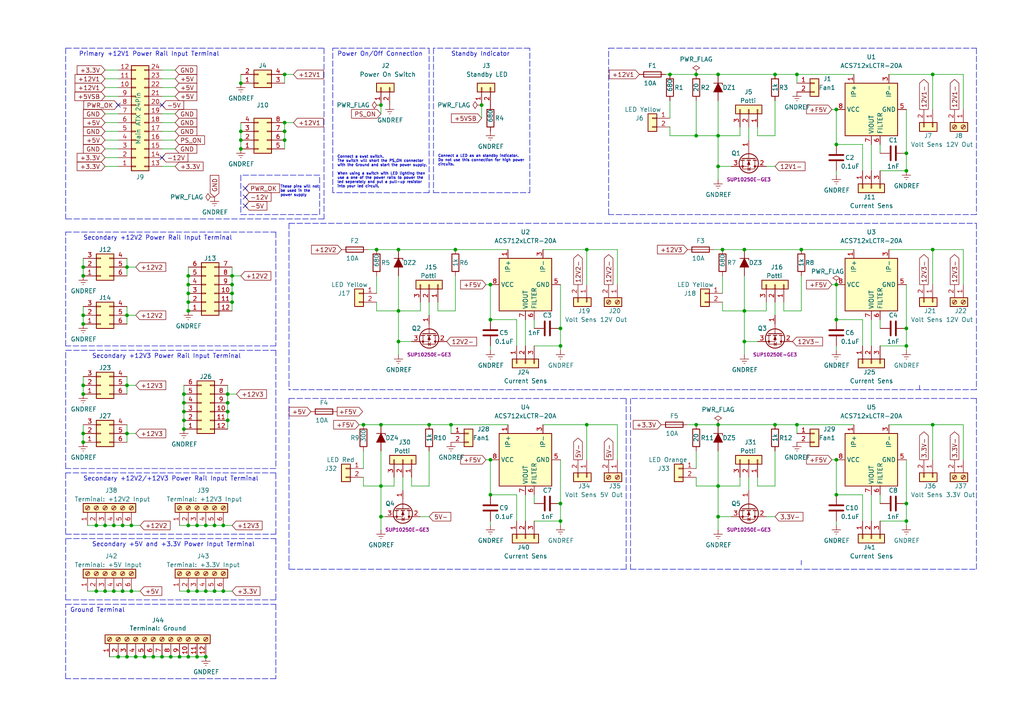
<source format=kicad_sch>
(kicad_sch (version 20211123) (generator eeschema)
  (paper "A4")
  (title_block (title "ATX Power Supply Distribution Board") (date "2022-03-01") (rev "1.0") (company "Ibrahim Tüzenli"))
  (junction (at 208.28 149.86))
  (junction (at 69.85 40.64))
  (junction (at 36.83 77.47))
  (junction (at 224.79 123.19))
  (junction (at 54.61 87.63))
  (junction (at 139.7 30.48))
  (junction (at 82.55 40.64))
  (junction (at 109.22 72.39))
  (junction (at 46.99 190.5))
  (junction (at 209.55 72.39))
  (junction (at 41.91 190.5))
  (junction (at 69.85 43.18))
  (junction (at 242.57 31.75))
  (junction (at 24.13 128.27))
  (junction (at 262.89 44.45))
  (junction (at 27.94 152.4))
  (junction (at 262.89 146.05))
  (junction (at 242.57 143.51))
  (junction (at 53.34 121.92))
  (junction (at 49.53 190.5))
  (junction (at 215.9 99.06))
  (junction (at 208.28 39.37))
  (junction (at 35.56 171.45))
  (junction (at 208.28 21.59))
  (junction (at 36.83 190.5))
  (junction (at 67.31 87.63))
  (junction (at 132.08 72.39))
  (junction (at 105.41 123.19))
  (junction (at 67.31 85.09))
  (junction (at 262.89 151.13))
  (junction (at 57.15 171.45))
  (junction (at 33.02 171.45))
  (junction (at 242.57 92.71))
  (junction (at 24.13 77.47))
  (junction (at 142.24 92.71))
  (junction (at 64.77 152.4))
  (junction (at 66.04 114.3))
  (junction (at 24.13 80.01))
  (junction (at 142.24 143.51))
  (junction (at 82.55 35.56))
  (junction (at 34.29 190.5))
  (junction (at 57.15 152.4))
  (junction (at 24.13 91.44))
  (junction (at 162.56 95.25))
  (junction (at 59.69 152.4))
  (junction (at 44.45 190.5))
  (junction (at 170.18 123.19))
  (junction (at 115.57 90.17))
  (junction (at 53.34 114.3))
  (junction (at 201.93 123.19))
  (junction (at 110.49 149.86))
  (junction (at 69.85 24.13))
  (junction (at 38.1 152.4))
  (junction (at 242.57 41.91))
  (junction (at 270.51 72.39))
  (junction (at 39.37 190.5))
  (junction (at 162.56 100.33))
  (junction (at 66.04 121.92))
  (junction (at 82.55 38.1))
  (junction (at 52.07 190.5))
  (junction (at 54.61 90.17))
  (junction (at 67.31 80.01))
  (junction (at 69.85 38.1))
  (junction (at 262.89 100.33))
  (junction (at 24.13 125.73))
  (junction (at 27.94 171.45))
  (junction (at 142.24 82.55))
  (junction (at 54.61 190.5))
  (junction (at 262.89 95.25))
  (junction (at 208.28 140.97))
  (junction (at 242.57 82.55))
  (junction (at 67.31 82.55))
  (junction (at 162.56 146.05))
  (junction (at 231.14 21.59))
  (junction (at 24.13 111.76))
  (junction (at 53.34 116.84))
  (junction (at 124.46 123.19))
  (junction (at 162.56 151.13))
  (junction (at 115.57 99.06))
  (junction (at 270.51 123.19))
  (junction (at 54.61 80.01))
  (junction (at 242.57 133.35))
  (junction (at 201.93 39.37))
  (junction (at 66.04 119.38))
  (junction (at 30.48 152.4))
  (junction (at 82.55 21.59))
  (junction (at 38.1 171.45))
  (junction (at 36.83 91.44))
  (junction (at 62.23 171.45))
  (junction (at 208.28 48.26))
  (junction (at 64.77 171.45))
  (junction (at 194.31 21.59))
  (junction (at 30.48 171.45))
  (junction (at 54.61 85.09))
  (junction (at 110.49 123.19))
  (junction (at 201.93 21.59))
  (junction (at 36.83 125.73))
  (junction (at 110.49 30.48))
  (junction (at 110.49 140.97))
  (junction (at 215.9 90.17))
  (junction (at 170.18 72.39))
  (junction (at 142.24 133.35))
  (junction (at 53.34 124.46))
  (junction (at 33.02 152.4))
  (junction (at 59.69 171.45))
  (junction (at 54.61 152.4))
  (junction (at 53.34 119.38))
  (junction (at 36.83 111.76))
  (junction (at 57.15 190.5))
  (junction (at 62.23 152.4))
  (junction (at 35.56 152.4))
  (junction (at 115.57 72.39))
  (junction (at 232.41 72.39))
  (junction (at 54.61 171.45))
  (junction (at 24.13 114.3))
  (junction (at 59.69 190.5))
  (junction (at 270.51 21.59))
  (junction (at 215.9 72.39))
  (junction (at 224.79 21.59))
  (junction (at 66.04 116.84))
  (junction (at 262.89 49.53))
  (junction (at 54.61 82.55))
  (junction (at 130.81 123.19))
  (junction (at 208.28 123.19))
  (junction (at 231.14 123.19))
  (junction (at 24.13 93.98))
  (no_connect (at 46.99 45.72))
  (no_connect (at 71.12 57.15))
  (no_connect (at 46.99 30.48))
  (no_connect (at 71.12 59.69))
  (no_connect (at 34.29 30.48))
  (no_connect (at 71.12 54.61))
  (polyline (pts (xy 83.82 165.1) (xy 83.82 115.57)))
  (wire (pts (xy 232.41 90.17) (xy 227.33 90.17)))
  (wire (pts (xy 69.85 43.18) (xy 69.85 40.64)))
  (wire (pts (xy 34.29 25.4) (xy 30.48 25.4)))
  (wire (pts (xy 57.15 171.45) (xy 59.69 171.45)))
  (wire (pts (xy 54.61 152.4) (xy 57.15 152.4)))
  (wire (pts (xy 36.83 190.5) (xy 34.29 190.5)))
  (wire (pts (xy 149.86 92.71) (xy 149.86 100.33)))
  (polyline (pts (xy 93.98 63.5) (xy 19.05 63.5)))
  (wire (pts (xy 262.89 95.25) (xy 262.89 100.33)))
  (wire (pts (xy 140.97 82.55) (xy 142.24 82.55)))
  (wire (pts (xy 67.31 171.45) (xy 64.77 171.45)))
  (wire (pts (xy 24.13 111.76) (xy 24.13 114.3)))
  (wire (pts (xy 262.89 100.33) (xy 262.89 101.6)))
  (wire (pts (xy 199.39 123.19) (xy 201.93 123.19)))
  (wire (pts (xy 106.68 72.39) (xy 109.22 72.39)))
  (wire (pts (xy 34.29 48.26) (xy 30.48 48.26)))
  (wire (pts (xy 152.4 92.71) (xy 152.4 100.33)))
  (wire (pts (xy 212.09 48.26) (xy 208.28 48.26)))
  (polyline (pts (xy 182.88 165.1) (xy 283.21 165.1)))
  (wire (pts (xy 110.49 30.48) (xy 110.49 33.02)))
  (wire (pts (xy 110.49 140.97) (xy 110.49 149.86)))
  (wire (pts (xy 52.07 190.5) (xy 49.53 190.5)))
  (wire (pts (xy 27.94 152.4) (xy 30.48 152.4)))
  (wire (pts (xy 69.85 38.1) (xy 69.85 35.56)))
  (wire (pts (xy 270.51 72.39) (xy 270.51 82.55)))
  (wire (pts (xy 208.28 123.19) (xy 224.79 123.19)))
  (polyline (pts (xy 19.05 100.33) (xy 19.05 67.31)))
  (wire (pts (xy 34.29 190.5) (xy 31.75 190.5)))
  (wire (pts (xy 279.4 72.39) (xy 270.51 72.39)))
  (wire (pts (xy 142.24 133.35) (xy 142.24 143.51)))
  (wire (pts (xy 262.89 100.33) (xy 255.27 100.33)))
  (polyline (pts (xy 80.01 101.6) (xy 80.01 135.89)))
  (wire (pts (xy 170.18 123.19) (xy 170.18 133.35)))
  (wire (pts (xy 231.14 123.19) (xy 247.65 123.19)))
  (wire (pts (xy 46.99 33.02) (xy 50.8 33.02)))
  (wire (pts (xy 252.73 143.51) (xy 252.73 151.13)))
  (wire (pts (xy 110.49 123.19) (xy 124.46 123.19)))
  (wire (pts (xy 162.56 100.33) (xy 162.56 101.6)))
  (wire (pts (xy 124.46 123.19) (xy 130.81 123.19)))
  (wire (pts (xy 179.07 123.19) (xy 179.07 133.35)))
  (wire (pts (xy 115.57 90.17) (xy 121.92 90.17)))
  (wire (pts (xy 139.7 30.48) (xy 139.7 34.29)))
  (wire (pts (xy 208.28 149.86) (xy 208.28 153.67)))
  (wire (pts (xy 46.99 20.32) (xy 50.8 20.32)))
  (wire (pts (xy 279.4 123.19) (xy 270.51 123.19)))
  (wire (pts (xy 69.85 21.59) (xy 69.85 24.13)))
  (wire (pts (xy 36.83 91.44) (xy 39.37 91.44)))
  (polyline (pts (xy 69.85 50.8) (xy 69.85 62.23)))
  (wire (pts (xy 54.61 85.09) (xy 54.61 87.63)))
  (wire (pts (xy 255.27 41.91) (xy 255.27 44.45)))
  (polyline (pts (xy 283.21 165.1) (xy 283.21 115.57)))
  (polyline (pts (xy 125.73 13.97) (xy 125.73 55.88)))
  (wire (pts (xy 231.14 125.73) (xy 231.14 123.19)))
  (wire (pts (xy 201.93 29.21) (xy 201.93 39.37)))
  (wire (pts (xy 142.24 143.51) (xy 149.86 143.51)))
  (wire (pts (xy 40.64 171.45) (xy 38.1 171.45)))
  (wire (pts (xy 215.9 90.17) (xy 215.9 99.06)))
  (wire (pts (xy 105.41 130.81) (xy 105.41 135.89)))
  (wire (pts (xy 162.56 151.13) (xy 162.56 152.4)))
  (wire (pts (xy 25.4 171.45) (xy 27.94 171.45)))
  (wire (pts (xy 162.56 95.25) (xy 162.56 100.33)))
  (wire (pts (xy 262.89 44.45) (xy 262.89 31.75)))
  (wire (pts (xy 36.83 111.76) (xy 39.37 111.76)))
  (wire (pts (xy 67.31 77.47) (xy 67.31 80.01)))
  (wire (pts (xy 124.46 130.81) (xy 124.46 140.97)))
  (wire (pts (xy 27.94 171.45) (xy 30.48 171.45)))
  (wire (pts (xy 201.93 123.19) (xy 208.28 123.19)))
  (wire (pts (xy 255.27 143.51) (xy 255.27 146.05)))
  (wire (pts (xy 217.17 40.64) (xy 217.17 36.83)))
  (wire (pts (xy 207.01 72.39) (xy 209.55 72.39)))
  (wire (pts (xy 142.24 101.6) (xy 142.24 100.33)))
  (wire (pts (xy 46.99 22.86) (xy 50.8 22.86)))
  (wire (pts (xy 59.69 152.4) (xy 62.23 152.4)))
  (wire (pts (xy 111.76 149.86) (xy 110.49 149.86)))
  (wire (pts (xy 242.57 31.75) (xy 242.57 41.91)))
  (polyline (pts (xy 19.05 67.31) (xy 80.01 67.31)))
  (wire (pts (xy 252.73 41.91) (xy 252.73 49.53)))
  (wire (pts (xy 54.61 77.47) (xy 54.61 80.01)))
  (wire (pts (xy 67.31 87.63) (xy 67.31 90.17)))
  (wire (pts (xy 224.79 149.86) (xy 222.25 149.86)))
  (wire (pts (xy 208.28 39.37) (xy 214.63 39.37)))
  (wire (pts (xy 36.83 74.93) (xy 36.83 77.47)))
  (polyline (pts (xy 182.88 115.57) (xy 182.88 165.1)))
  (wire (pts (xy 30.48 171.45) (xy 33.02 171.45)))
  (wire (pts (xy 242.57 41.91) (xy 250.19 41.91)))
  (polyline (pts (xy 19.05 196.85) (xy 19.05 175.26)))
  (polyline (pts (xy 80.01 156.21) (xy 80.01 173.99)))
  (wire (pts (xy 130.81 125.73) (xy 130.81 123.19)))
  (wire (pts (xy 66.04 111.76) (xy 66.04 114.3)))
  (polyline (pts (xy 83.82 64.77) (xy 83.82 113.03)))
  (wire (pts (xy 149.86 143.51) (xy 149.86 151.13)))
  (wire (pts (xy 217.17 142.24) (xy 217.17 138.43)))
  (wire (pts (xy 208.28 140.97) (xy 208.28 149.86)))
  (wire (pts (xy 36.83 91.44) (xy 36.83 93.98)))
  (wire (pts (xy 162.56 151.13) (xy 154.94 151.13)))
  (wire (pts (xy 46.99 48.26) (xy 50.8 48.26)))
  (wire (pts (xy 242.57 152.4) (xy 242.57 151.13)))
  (polyline (pts (xy 232.41 162.56) (xy 232.41 163.83)))
  (wire (pts (xy 208.28 29.21) (xy 208.28 39.37)))
  (wire (pts (xy 33.02 171.45) (xy 35.56 171.45)))
  (wire (pts (xy 25.4 152.4) (xy 27.94 152.4)))
  (wire (pts (xy 34.29 43.18) (xy 30.48 43.18)))
  (wire (pts (xy 241.3 133.35) (xy 242.57 133.35)))
  (wire (pts (xy 179.07 72.39) (xy 170.18 72.39)))
  (wire (pts (xy 54.61 190.5) (xy 52.07 190.5)))
  (wire (pts (xy 231.14 21.59) (xy 247.65 21.59)))
  (polyline (pts (xy 96.52 55.88) (xy 96.52 13.97)))
  (wire (pts (xy 262.89 151.13) (xy 262.89 152.4)))
  (wire (pts (xy 67.31 80.01) (xy 67.31 82.55)))
  (wire (pts (xy 59.69 190.5) (xy 57.15 190.5)))
  (wire (pts (xy 52.07 152.4) (xy 54.61 152.4)))
  (wire (pts (xy 201.93 140.97) (xy 208.28 140.97)))
  (polyline (pts (xy 69.85 62.23) (xy 92.71 62.23)))
  (wire (pts (xy 179.07 123.19) (xy 170.18 123.19)))
  (wire (pts (xy 219.71 99.06) (xy 215.9 99.06)))
  (wire (pts (xy 109.22 90.17) (xy 115.57 90.17)))
  (wire (pts (xy 41.91 190.5) (xy 39.37 190.5)))
  (wire (pts (xy 270.51 123.19) (xy 270.51 133.35)))
  (wire (pts (xy 35.56 152.4) (xy 38.1 152.4)))
  (polyline (pts (xy 124.46 13.97) (xy 124.46 55.88)))
  (polyline (pts (xy 19.05 156.21) (xy 80.01 156.21)))
  (wire (pts (xy 162.56 95.25) (xy 162.56 82.55)))
  (polyline (pts (xy 80.01 100.33) (xy 19.05 100.33)))
  (wire (pts (xy 250.19 92.71) (xy 250.19 100.33)))
  (wire (pts (xy 224.79 21.59) (xy 231.14 21.59)))
  (wire (pts (xy 224.79 91.44) (xy 224.79 87.63)))
  (polyline (pts (xy 283.21 64.77) (xy 283.21 113.03)))
  (wire (pts (xy 201.93 130.81) (xy 201.93 135.89)))
  (wire (pts (xy 130.81 123.19) (xy 147.32 123.19)))
  (wire (pts (xy 82.55 21.59) (xy 85.09 21.59)))
  (polyline (pts (xy 19.05 137.16) (xy 19.05 154.94)))
  (wire (pts (xy 250.19 41.91) (xy 250.19 49.53)))
  (wire (pts (xy 224.79 140.97) (xy 219.71 140.97)))
  (wire (pts (xy 105.41 140.97) (xy 110.49 140.97)))
  (wire (pts (xy 105.41 123.19) (xy 110.49 123.19)))
  (wire (pts (xy 54.61 80.01) (xy 54.61 82.55)))
  (wire (pts (xy 208.28 140.97) (xy 214.63 140.97)))
  (wire (pts (xy 242.57 101.6) (xy 242.57 100.33)))
  (polyline (pts (xy 80.01 175.26) (xy 80.01 196.85)))
  (wire (pts (xy 242.57 133.35) (xy 242.57 143.51)))
  (wire (pts (xy 34.29 27.94) (xy 30.48 27.94)))
  (wire (pts (xy 54.61 82.55) (xy 54.61 85.09)))
  (wire (pts (xy 38.1 152.4) (xy 40.64 152.4)))
  (wire (pts (xy 54.61 90.17) (xy 54.61 87.63)))
  (wire (pts (xy 194.31 39.37) (xy 201.93 39.37)))
  (polyline (pts (xy 92.71 50.8) (xy 69.85 50.8)))
  (wire (pts (xy 262.89 146.05) (xy 262.89 133.35)))
  (wire (pts (xy 30.48 40.64) (xy 34.29 40.64)))
  (wire (pts (xy 34.29 20.32) (xy 30.48 20.32)))
  (wire (pts (xy 121.92 90.17) (xy 121.92 87.63)))
  (wire (pts (xy 270.51 21.59) (xy 270.51 31.75)))
  (polyline (pts (xy 266.7 111.76) (xy 266.7 113.03)))
  (wire (pts (xy 242.57 92.71) (xy 250.19 92.71)))
  (wire (pts (xy 170.18 123.19) (xy 157.48 123.19)))
  (wire (pts (xy 194.31 29.21) (xy 194.31 34.29)))
  (wire (pts (xy 36.83 77.47) (xy 39.37 77.47)))
  (wire (pts (xy 44.45 190.5) (xy 41.91 190.5)))
  (wire (pts (xy 24.13 88.9) (xy 24.13 91.44)))
  (wire (pts (xy 36.83 123.19) (xy 36.83 125.73)))
  (wire (pts (xy 67.31 152.4) (xy 64.77 152.4)))
  (wire (pts (xy 33.02 152.4) (xy 35.56 152.4)))
  (wire (pts (xy 224.79 48.26) (xy 222.25 48.26)))
  (polyline (pts (xy 19.05 101.6) (xy 80.01 101.6)))
  (wire (pts (xy 209.55 90.17) (xy 215.9 90.17)))
  (wire (pts (xy 270.51 123.19) (xy 257.81 123.19)))
  (wire (pts (xy 132.08 72.39) (xy 147.32 72.39)))
  (wire (pts (xy 67.31 82.55) (xy 67.31 85.09)))
  (wire (pts (xy 215.9 72.39) (xy 232.41 72.39)))
  (wire (pts (xy 46.99 38.1) (xy 50.8 38.1)))
  (wire (pts (xy 212.09 149.86) (xy 208.28 149.86)))
  (polyline (pts (xy 19.05 154.94) (xy 80.01 154.94)))
  (wire (pts (xy 109.22 87.63) (xy 109.22 90.17)))
  (wire (pts (xy 57.15 152.4) (xy 59.69 152.4)))
  (wire (pts (xy 209.55 72.39) (xy 215.9 72.39)))
  (wire (pts (xy 53.34 116.84) (xy 53.34 114.3)))
  (wire (pts (xy 46.99 40.64) (xy 50.8 40.64)))
  (wire (pts (xy 208.28 21.59) (xy 224.79 21.59)))
  (wire (pts (xy 142.24 92.71) (xy 149.86 92.71)))
  (wire (pts (xy 49.53 190.5) (xy 46.99 190.5)))
  (polyline (pts (xy 125.73 55.88) (xy 153.67 55.88)))
  (wire (pts (xy 50.8 27.94) (xy 46.99 27.94)))
  (polyline (pts (xy 80.01 137.16) (xy 19.05 137.16)))
  (wire (pts (xy 215.9 90.17) (xy 222.25 90.17)))
  (polyline (pts (xy 181.61 165.1) (xy 83.82 165.1)))
  (polyline (pts (xy 80.01 154.94) (xy 80.01 137.16)))
  (wire (pts (xy 46.99 190.5) (xy 44.45 190.5)))
  (polyline (pts (xy 153.67 13.97) (xy 125.73 13.97)))
  (wire (pts (xy 119.38 99.06) (xy 115.57 99.06)))
  (wire (pts (xy 194.31 36.83) (xy 194.31 39.37)))
  (wire (pts (xy 36.83 88.9) (xy 36.83 91.44)))
  (wire (pts (xy 115.57 72.39) (xy 132.08 72.39)))
  (wire (pts (xy 119.38 140.97) (xy 119.38 138.43)))
  (wire (pts (xy 109.22 72.39) (xy 115.57 72.39)))
  (wire (pts (xy 222.25 90.17) (xy 222.25 87.63)))
  (wire (pts (xy 241.3 31.75) (xy 242.57 31.75)))
  (wire (pts (xy 110.49 130.81) (xy 110.49 140.97)))
  (wire (pts (xy 132.08 90.17) (xy 127 90.17)))
  (wire (pts (xy 227.33 90.17) (xy 227.33 87.63)))
  (wire (pts (xy 110.49 140.97) (xy 114.3 140.97)))
  (wire (pts (xy 142.24 82.55) (xy 142.24 92.71)))
  (wire (pts (xy 53.34 119.38) (xy 53.34 116.84)))
  (polyline (pts (xy 80.01 135.89) (xy 19.05 135.89)))
  (wire (pts (xy 232.41 80.01) (xy 232.41 90.17)))
  (polyline (pts (xy 80.01 67.31) (xy 80.01 100.33)))
  (wire (pts (xy 34.29 38.1) (xy 30.48 38.1)))
  (wire (pts (xy 116.84 142.24) (xy 116.84 138.43)))
  (wire (pts (xy 201.93 39.37) (xy 208.28 39.37)))
  (polyline (pts (xy 176.53 62.23) (xy 176.53 13.97)))
  (wire (pts (xy 53.34 114.3) (xy 53.34 111.76)))
  (wire (pts (xy 82.55 38.1) (xy 82.55 40.64)))
  (wire (pts (xy 242.57 143.51) (xy 250.19 143.51)))
  (wire (pts (xy 62.23 152.4) (xy 64.77 152.4)))
  (wire (pts (xy 36.83 77.47) (xy 36.83 80.01)))
  (wire (pts (xy 54.61 171.45) (xy 52.07 171.45)))
  (wire (pts (xy 69.85 40.64) (xy 69.85 38.1)))
  (wire (pts (xy 262.89 151.13) (xy 255.27 151.13)))
  (wire (pts (xy 66.04 121.92) (xy 66.04 124.46)))
  (wire (pts (xy 35.56 171.45) (xy 38.1 171.45)))
  (wire (pts (xy 270.51 72.39) (xy 257.81 72.39)))
  (wire (pts (xy 46.99 35.56) (xy 50.8 35.56)))
  (wire (pts (xy 57.15 190.5) (xy 54.61 190.5)))
  (wire (pts (xy 214.63 140.97) (xy 214.63 138.43)))
  (wire (pts (xy 224.79 29.21) (xy 224.79 39.37)))
  (wire (pts (xy 110.49 149.86) (xy 110.49 153.67)))
  (wire (pts (xy 140.97 133.35) (xy 142.24 133.35)))
  (wire (pts (xy 170.18 72.39) (xy 157.48 72.39)))
  (wire (pts (xy 24.13 125.73) (xy 24.13 128.27)))
  (polyline (pts (xy 19.05 13.97) (xy 93.98 13.97)))
  (wire (pts (xy 241.3 82.55) (xy 242.57 82.55)))
  (wire (pts (xy 208.28 39.37) (xy 208.28 48.26)))
  (wire (pts (xy 24.13 77.47) (xy 24.13 74.93)))
  (wire (pts (xy 154.94 92.71) (xy 154.94 95.25)))
  (wire (pts (xy 279.4 72.39) (xy 279.4 82.55)))
  (wire (pts (xy 53.34 121.92) (xy 53.34 119.38)))
  (wire (pts (xy 36.83 111.76) (xy 36.83 114.3)))
  (wire (pts (xy 152.4 143.51) (xy 152.4 151.13)))
  (wire (pts (xy 105.41 123.19) (xy 104.14 123.19)))
  (wire (pts (xy 154.94 143.51) (xy 154.94 146.05)))
  (wire (pts (xy 252.73 92.71) (xy 252.73 100.33)))
  (wire (pts (xy 46.99 25.4) (xy 50.8 25.4)))
  (wire (pts (xy 201.93 138.43) (xy 201.93 140.97)))
  (wire (pts (xy 279.4 123.19) (xy 279.4 133.35)))
  (wire (pts (xy 127 90.17) (xy 127 87.63)))
  (wire (pts (xy 232.41 72.39) (xy 247.65 72.39)))
  (polyline (pts (xy 283.21 115.57) (xy 182.88 115.57)))
  (polyline (pts (xy 176.53 13.97) (xy 283.21 13.97)))
  (wire (pts (xy 54.61 171.45) (xy 57.15 171.45)))
  (wire (pts (xy 219.71 140.97) (xy 219.71 138.43)))
  (wire (pts (xy 34.29 35.56) (xy 30.48 35.56)))
  (wire (pts (xy 109.22 80.01) (xy 109.22 85.09)))
  (wire (pts (xy 24.13 93.98) (xy 24.13 91.44)))
  (polyline (pts (xy 96.52 13.97) (xy 124.46 13.97)))
  (wire (pts (xy 124.46 140.97) (xy 119.38 140.97)))
  (wire (pts (xy 279.4 21.59) (xy 270.51 21.59)))
  (wire (pts (xy 162.56 100.33) (xy 154.94 100.33)))
  (wire (pts (xy 270.51 21.59) (xy 257.81 21.59)))
  (wire (pts (xy 53.34 124.46) (xy 53.34 121.92)))
  (polyline (pts (xy 80.01 196.85) (xy 19.05 196.85)))
  (wire (pts (xy 142.24 152.4) (xy 142.24 151.13)))
  (wire (pts (xy 24.13 80.01) (xy 24.13 77.47)))
  (polyline (pts (xy 153.67 55.88) (xy 153.67 13.97)))
  (polyline (pts (xy 19.05 135.89) (xy 19.05 101.6)))
  (wire (pts (xy 209.55 87.63) (xy 209.55 90.17)))
  (wire (pts (xy 224.79 130.81) (xy 224.79 140.97)))
  (polyline (pts (xy 83.82 64.77) (xy 283.21 64.77)))
  (wire (pts (xy 46.99 43.18) (xy 50.8 43.18)))
  (wire (pts (xy 262.89 44.45) (xy 262.89 49.53)))
  (wire (pts (xy 82.55 35.56) (xy 82.55 38.1)))
  (wire (pts (xy 30.48 152.4) (xy 33.02 152.4)))
  (wire (pts (xy 224.79 123.19) (xy 231.14 123.19)))
  (wire (pts (xy 66.04 119.38) (xy 66.04 121.92)))
  (wire (pts (xy 162.56 146.05) (xy 162.56 133.35)))
  (polyline (pts (xy 19.05 13.97) (xy 19.05 63.5)))
  (wire (pts (xy 231.14 24.13) (xy 231.14 21.59)))
  (wire (pts (xy 115.57 99.06) (xy 115.57 102.87)))
  (wire (pts (xy 255.27 92.71) (xy 255.27 95.25)))
  (wire (pts (xy 39.37 190.5) (xy 36.83 190.5)))
  (wire (pts (xy 242.57 50.8) (xy 242.57 49.53)))
  (polyline (pts (xy 93.98 13.97) (xy 93.98 63.5)))
  (wire (pts (xy 34.29 22.86) (xy 30.48 22.86)))
  (wire (pts (xy 162.56 146.05) (xy 162.56 151.13)))
  (wire (pts (xy 114.3 140.97) (xy 114.3 138.43)))
  (wire (pts (xy 36.83 109.22) (xy 36.83 111.76)))
  (wire (pts (xy 62.23 171.45) (xy 64.77 171.45)))
  (wire (pts (xy 262.89 146.05) (xy 262.89 151.13)))
  (wire (pts (xy 179.07 72.39) (xy 179.07 82.55)))
  (wire (pts (xy 82.55 21.59) (xy 82.55 24.13)))
  (wire (pts (xy 201.93 21.59) (xy 208.28 21.59)))
  (wire (pts (xy 34.29 45.72) (xy 30.48 45.72)))
  (wire (pts (xy 262.89 49.53) (xy 255.27 49.53)))
  (wire (pts (xy 115.57 80.01) (xy 115.57 90.17)))
  (wire (pts (xy 82.55 40.64) (xy 82.55 43.18)))
  (wire (pts (xy 66.04 116.84) (xy 66.04 119.38)))
  (wire (pts (xy 82.55 35.56) (xy 85.09 35.56)))
  (polyline (pts (xy 283.21 13.97) (xy 283.21 62.23)))
  (polyline (pts (xy 124.46 55.88) (xy 96.52 55.88)))
  (wire (pts (xy 279.4 21.59) (xy 279.4 31.75)))
  (wire (pts (xy 67.31 85.09) (xy 67.31 87.63)))
  (wire (pts (xy 115.57 90.17) (xy 115.57 99.06)))
  (wire (pts (xy 36.83 125.73) (xy 39.37 125.73)))
  (wire (pts (xy 36.83 125.73) (xy 36.83 128.27)))
  (wire (pts (xy 214.63 39.37) (xy 214.63 36.83)))
  (polyline (pts (xy 181.61 115.57) (xy 181.61 165.1)))
  (wire (pts (xy 34.29 33.02) (xy 30.48 33.02)))
  (wire (pts (xy 215.9 99.06) (xy 215.9 102.87)))
  (wire (pts (xy 208.28 48.26) (xy 208.28 52.07)))
  (wire (pts (xy 66.04 114.3) (xy 66.04 116.84)))
  (polyline (pts (xy 19.05 175.26) (xy 80.01 175.26)))
  (polyline (pts (xy 83.82 115.57) (xy 181.61 115.57)))
  (wire (pts (xy 24.13 123.19) (xy 24.13 125.73)))
  (wire (pts (xy 124.46 149.86) (xy 121.92 149.86)))
  (wire (pts (xy 193.04 21.59) (xy 194.31 21.59)))
  (polyline (pts (xy 92.71 62.23) (xy 92.71 50.8)))
  (wire (pts (xy 219.71 39.37) (xy 219.71 36.83)))
  (wire (pts (xy 59.69 171.45) (xy 62.23 171.45)))
  (wire (pts (xy 124.46 91.44) (xy 124.46 87.63)))
  (wire (pts (xy 24.13 109.22) (xy 24.13 111.76)))
  (wire (pts (xy 170.18 72.39) (xy 170.18 82.55)))
  (polyline (pts (xy 283.21 62.23) (xy 176.53 62.23)))
  (wire (pts (xy 250.19 143.51) (xy 250.19 151.13)))
  (wire (pts (xy 242.57 82.55) (xy 242.57 92.71)))
  (wire (pts (xy 68.58 114.3) (xy 66.04 114.3)))
  (wire (pts (xy 209.55 80.01) (xy 209.55 85.09)))
  (wire (pts (xy 215.9 80.01) (xy 215.9 90.17)))
  (wire (pts (xy 194.31 21.59) (xy 201.93 21.59)))
  (wire (pts (xy 208.28 130.81) (xy 208.28 140.97)))
  (wire (pts (xy 224.79 39.37) (xy 219.71 39.37)))
  (polyline (pts (xy 283.21 113.03) (xy 83.82 113.03)))
  (polyline (pts (xy 19.05 173.99) (xy 19.05 156.21)))
  (wire (pts (xy 67.31 80.01) (xy 69.85 80.01)))
  (wire (pts (xy 262.89 95.25) (xy 262.89 82.55)))
  (wire (pts (xy 105.41 138.43) (xy 105.41 140.97)))
  (wire (pts (xy 132.08 80.01) (xy 132.08 90.17)))
  (polyline (pts (xy 80.01 173.99) (xy 19.05 173.99)))
  (text "Secondary +5V and +3.3V Power Input Terminal" (at 26.67 158.75 0) (effects (font (size 1.27 1.27)) (justify left bottom)))
  (text "Primary +12V1 Power Rail Input Terminal" (at 22.86 16.51 0) (effects (font (size 1.27 1.27)) (justify left bottom)))
  (text "Standby Indicator" (at 130.81 16.51 0) (effects (font (size 1.27 1.27)) (justify left bottom)))
  (text "Connect a LED as an standby indicator.\nDo not use this connection for high power \ncircuits." (at 127 48.26 0) (effects (font (size 0.762 0.762)) (justify left bottom)))
  (text "Connect a swst switch.\nThe switch will short the PS_ON connector \nwith the Ground and start the power supply.\n\nWhen using a switch with LED lighting then\nuse a one of the power rails to power the\nled seperately and put a pull-up resistor\ninto your led circuit." (at 97.79 54.61 0) (effects (font (size 0.762 0.762)) (justify left bottom)))
  (text "Secondary +12V3 Power Rail Input Terminal" (at 26.67 104.14 0) (effects (font (size 1.27 1.27)) (justify left bottom)))
  (text "Secondary +12V2 Power Rail Input Terminal" (at 24.13 69.85 0) (effects (font (size 1.27 1.27)) (justify left bottom)))
  (text "These pins will not \nbe used in the \npower supply" (at 81.28 57.15 0) (effects (font (size 0.762 0.762)) (justify left bottom)))
  (text "Ground Terminal" (at 20.32 177.8 0) (effects (font (size 1.27 1.27)) (justify left bottom)))
  (text "Secondary +12V2/+12V3 Power Rail Input Terminal" (at 24.13 139.7 0) (effects (font (size 1.27 1.27)) (justify left bottom)))
  (text "Power On/Off Connection" (at 97.79 16.51 0) (effects (font (size 1.27 1.27)) (justify left bottom)))
  (global_label "GND" (shape input) (at 50.8 38.1 0) (property "Intersheet References" "${INTERSHEET_REFS}" (effects hide)))
  (global_label "12V3-" (shape input) (at 229.87 99.06 0) (property "Intersheet References" "${INTERSHEET_REFS}" (effects hide)))
  (global_label "+12V1" (shape input) (at 185.42 21.59 180) (property "Intersheet References" "${INTERSHEET_REFS}" (effects hide)))
  (global_label "3.3V-" (shape input) (at 224.79 149.86 0) (property "Intersheet References" "${INTERSHEET_REFS}" (effects hide)))
  (global_label "+3.3V" (shape input) (at 30.48 20.32 180) (property "Intersheet References" "${INTERSHEET_REFS}" (effects hide)))
  (global_label "3.3V-" (shape output) (at 276.86 133.35 90) (property "Intersheet References" "${INTERSHEET_REFS}" (effects hide)))
  (global_label "+12V2" (shape input) (at 39.37 77.47 0) (property "Intersheet References" "${INTERSHEET_REFS}" (effects hide)))
  (global_label "GND" (shape input) (at 30.48 43.18 180) (property "Intersheet References" "${INTERSHEET_REFS}" (effects hide)))
  (global_label "-12V" (shape input) (at 71.12 57.15 0) (property "Intersheet References" "${INTERSHEET_REFS}" (effects hide)))
  (global_label "+5V" (shape input) (at 50.8 25.4 0) (property "Intersheet References" "${INTERSHEET_REFS}" (effects hide)))
  (global_label "+5V" (shape input) (at 90.17 119.38 180) (property "Intersheet References" "${INTERSHEET_REFS}" (effects hide)))
  (global_label "+5V" (shape input) (at 30.48 35.56 180) (property "Intersheet References" "${INTERSHEET_REFS}" (effects hide)))
  (global_label "12V2-" (shape input) (at 129.54 99.06 0) (property "Intersheet References" "${INTERSHEET_REFS}" (effects hide)))
  (global_label "+12V2" (shape input) (at 99.06 72.39 180) (property "Intersheet References" "${INTERSHEET_REFS}" (effects hide)))
  (global_label "+F5V" (shape input) (at 140.97 82.55 180) (property "Intersheet References" "${INTERSHEET_REFS}" (effects hide)))
  (global_label "+12V2" (shape input) (at 39.37 91.44 0) (property "Intersheet References" "${INTERSHEET_REFS}" (effects hide)))
  (global_label "GND" (shape input) (at 50.8 43.18 0) (property "Intersheet References" "${INTERSHEET_REFS}" (effects hide)))
  (global_label "+F5V" (shape input) (at 241.3 82.55 180) (property "Intersheet References" "${INTERSHEET_REFS}" (effects hide)))
  (global_label "GND" (shape input) (at 62.23 57.15 90) (property "Intersheet References" "${INTERSHEET_REFS}" (effects hide)))
  (global_label "GND" (shape input) (at 50.8 20.32 0) (property "Intersheet References" "${INTERSHEET_REFS}" (effects hide)))
  (global_label "+12V3" (shape input) (at 199.39 72.39 180) (property "Intersheet References" "${INTERSHEET_REFS}" (effects hide)))
  (global_label "+12V3" (shape input) (at 39.37 125.73 0) (property "Intersheet References" "${INTERSHEET_REFS}" (effects hide)))
  (global_label "GND" (shape input) (at 30.48 38.1 180) (property "Intersheet References" "${INTERSHEET_REFS}" (effects hide)))
  (global_label "-5V" (shape input) (at 46.99 30.48 0) (property "Intersheet References" "${INTERSHEET_REFS}" (effects hide)))
  (global_label "+12V3" (shape input) (at 68.58 114.3 0) (property "Intersheet References" "${INTERSHEET_REFS}" (effects hide)))
  (global_label "+5VSB" (shape input) (at 139.7 34.29 180) (property "Intersheet References" "${INTERSHEET_REFS}" (effects hide)))
  (global_label "+F5V" (shape input) (at 140.97 133.35 180) (property "Intersheet References" "${INTERSHEET_REFS}" (effects hide)))
  (global_label "+F5V" (shape input) (at 241.3 133.35 180) (property "Intersheet References" "${INTERSHEET_REFS}" (effects hide)))
  (global_label "-5V" (shape input) (at 71.12 59.69 0) (property "Intersheet References" "${INTERSHEET_REFS}" (effects hide)))
  (global_label "GND" (shape input) (at 30.48 33.02 180) (property "Intersheet References" "${INTERSHEET_REFS}" (effects hide)))
  (global_label "GND" (shape input) (at 50.8 33.02 0) (property "Intersheet References" "${INTERSHEET_REFS}" (effects hide)))
  (global_label "+5V" (shape input) (at 30.48 40.64 180) (property "Intersheet References" "${INTERSHEET_REFS}" (effects hide)))
  (global_label "12V2-" (shape output) (at 176.53 82.55 90) (property "Intersheet References" "${INTERSHEET_REFS}" (effects hide)))
  (global_label "+12V1" (shape input) (at 30.48 22.86 180) (property "Intersheet References" "${INTERSHEET_REFS}" (effects hide)))
  (global_label "PWR_OK" (shape input) (at 34.29 30.48 180) (property "Intersheet References" "${INTERSHEET_REFS}" (effects hide)))
  (global_label "+5V" (shape input) (at 40.64 171.45 0) (property "Intersheet References" "${INTERSHEET_REFS}" (effects hide)))
  (global_label "5V-" (shape output) (at 176.53 133.35 90) (property "Intersheet References" "${INTERSHEET_REFS}" (effects hide)))
  (global_label "12V1-" (shape output) (at 267.97 31.75 90) (property "Intersheet References" "${INTERSHEET_REFS}" (effects hide)))
  (global_label "+12V2" (shape input) (at 40.64 152.4 0) (property "Intersheet References" "${INTERSHEET_REFS}" (effects hide)))
  (global_label "+3.3V" (shape input) (at 67.31 171.45 0) (property "Intersheet References" "${INTERSHEET_REFS}" (effects hide)))
  (global_label "5V-" (shape output) (at 167.64 133.35 90) (property "Intersheet References" "${INTERSHEET_REFS}" (effects hide)))
  (global_label "3.3V-" (shape output) (at 267.97 133.35 90) (property "Intersheet References" "${INTERSHEET_REFS}" (effects hide)))
  (global_label "+12V1" (shape input) (at 30.48 25.4 180) (property "Intersheet References" "${INTERSHEET_REFS}" (effects hide)))
  (global_label "12V3-" (shape output) (at 267.97 82.55 90) (property "Intersheet References" "${INTERSHEET_REFS}" (effects hide)))
  (global_label "+3.3V" (shape input) (at 30.48 48.26 180) (property "Intersheet References" "${INTERSHEET_REFS}" (effects hide)))
  (global_label "+F5V" (shape input) (at 241.3 31.75 180) (property "Intersheet References" "${INTERSHEET_REFS}" (effects hide)))
  (global_label "GND" (shape input) (at 50.8 35.56 0) (property "Intersheet References" "${INTERSHEET_REFS}" (effects hide)))
  (global_label "PWR_OK" (shape input) (at 71.12 54.61 0) (property "Intersheet References" "${INTERSHEET_REFS}" (effects hide)))
  (global_label "+12V3" (shape input) (at 67.31 152.4 0) (property "Intersheet References" "${INTERSHEET_REFS}" (effects hide)))
  (global_label "+3.3V" (shape input) (at 30.48 45.72 180) (property "Intersheet References" "${INTERSHEET_REFS}" (effects hide)))
  (global_label "PS_ON" (shape input) (at 110.49 33.02 180) (property "Intersheet References" "${INTERSHEET_REFS}" (effects hide)))
  (global_label "12V1-" (shape output) (at 276.86 31.75 90) (property "Intersheet References" "${INTERSHEET_REFS}" (effects hide)))
  (global_label "PS_ON" (shape input) (at 50.8 40.64 0) (property "Intersheet References" "${INTERSHEET_REFS}" (effects hide)))
  (global_label "-12V" (shape input) (at 46.99 45.72 0) (property "Intersheet References" "${INTERSHEET_REFS}" (effects hide)))
  (global_label "+3.3V" (shape input) (at 50.8 48.26 0) (property "Intersheet References" "${INTERSHEET_REFS}" (effects hide)))
  (global_label "+3.3V" (shape input) (at 191.77 123.19 180) (property "Intersheet References" "${INTERSHEET_REFS}" (effects hide)))
  (global_label "12V3-" (shape output) (at 276.86 82.55 90) (property "Intersheet References" "${INTERSHEET_REFS}" (effects hide)))
  (global_label "12V1-" (shape input) (at 224.79 48.26 0) (property "Intersheet References" "${INTERSHEET_REFS}" (effects hide)))
  (global_label "5V-" (shape input) (at 124.46 149.86 0) (property "Intersheet References" "${INTERSHEET_REFS}" (effects hide)))
  (global_label "+5V" (shape input) (at 50.8 22.86 0) (property "Intersheet References" "${INTERSHEET_REFS}" (effects hide)))
  (global_label "+F5V" (shape input) (at 104.14 123.19 180) (property "Intersheet References" "${INTERSHEET_REFS}" (effects hide)))
  (global_label "+12V3" (shape input) (at 39.37 111.76 0) (property "Intersheet References" "${INTERSHEET_REFS}" (effects hide)))
  (global_label "+12V1" (shape input) (at 85.09 35.56 0) (property "Intersheet References" "${INTERSHEET_REFS}" (effects hide)))
  (global_label "+5VSB" (shape input) (at 30.48 27.94 180) (property "Intersheet References" "${INTERSHEET_REFS}" (effects hide)))
  (global_label "+5V" (shape input) (at 50.8 27.94 0) (property "Intersheet References" "${INTERSHEET_REFS}" (effects hide)))
  (global_label "+12V1" (shape input) (at 85.09 21.59 0) (property "Intersheet References" "${INTERSHEET_REFS}" (effects hide)))
  (global_label "+12V2" (shape input) (at 69.85 80.01 0) (property "Intersheet References" "${INTERSHEET_REFS}" (effects hide)))
  (global_label "12V2-" (shape output) (at 167.64 82.55 90) (property "Intersheet References" "${INTERSHEET_REFS}" (effects hide)))
  (global_label "+F5V" (shape output) (at 97.79 119.38 0) (property "Intersheet References" "${INTERSHEET_REFS}" (effects hide)))
  (symbol (lib_id "Connector_Generic:Conn_02x03_Counter_Clockwise") (at 29.21 77.47 0) (mirror x) (unit 1)
    (property "Reference" "J12" (at 30.48 72.39 0))
    (property "Value" "Molex: ATX 12V2 Input" (effects hide))
    (property "Footprint" "Connector_Molex:Molex_Mini-Fit_Jr_5566-06A_2x03_P4.20mm_Vertical" (effects hide))
    (property "Datasheet" "https://www.molex.com/pdm_docs/sd/039281243_sd.pdf" (effects hide))
    (property "Digi-Key" "WM3811-ND " (effects hide))
  )
  (symbol (lib_id "Connector_Generic:Conn_02x12_Top_Bottom") (at 39.37 35.56 0) (mirror x) (unit 1)
    (property "Reference" "J9" (at 40.64 52.07 0) (effects (justify top)))
    (property "Value" "Main ATX 24Pin" (at 39.37 34.29 90) (effects (justify top)))
    (property "Footprint" "Connector_Molex:Molex_Mini-Fit_Jr_5566-24A_2x12_P4.20mm_Vertical" (effects hide))
  )
  (symbol (lib_id "Device:Fuse") (at 189.23 21.59 90) (unit 1)
    (property "Reference" "F1" (at 187.96 19.05 90) (effects (justify right)))
    (property "Value" "10A" (at 186.69 24.13 90) (effects (justify right)))
    (property "Footprint" "Fuse:Fuseholder_Cylinder-6.3x32mm_Schurter_0031-8002_Horizontal_Open" (effects hide))
    (property "Datasheet" "https://us.schurter.com/en/datasheet/typ_SHF_6.3x32.pdf" (effects hide))
    (property "DigiKey_Nr" "486-3322-ND / 486-3643-ND" (effects hide))
    (property "OEM" "Schurter Inc" (effects hide))
    (property "OEM_Nr" "8020.5078 / 0031.8002 " (effects hide))
  )
  (symbol (lib_id "ATX_PSDB-rescue:D_Zener_ALT-Device") (at 208.28 25.4 270) (unit 1)
    (property "Reference" "DZ1" (at 209.55 25.4 90) (effects (justify left)))
    (property "Value" "D_Zener_ALT" (effects hide))
    (property "Footprint" "Diode_SMD:D_SMC_Handsoldering" (effects hide))
  )
  (symbol (lib_id "Device:R") (at 201.93 25.4 0) (unit 1)
    (property "Reference" "R2" (at 203.2 25.4 0) (effects (justify left)))
    (property "Value" "20" (at 201.93 26.67 90) (effects (justify left)))
    (property "Footprint" "Resistor_THT:R_Axial_Power_L20.0mm_W6.4mm_P25.40mm" (effects hide))
  )
  (symbol (lib_id "Connector_Generic:Conn_02x04_Top_Bottom") (at 74.93 40.64 0) (mirror x) (unit 1)
    (property "Reference" "J10" (at 76.2 30.48 0))
    (property "Value" "ATX 12V1 Input" (effects hide))
    (property "Footprint" "Connector_Molex:Molex_Mini-Fit_Jr_5566-08A_2x04_P4.20mm_Vertical" (effects hide))
    (property "Datasheet" "https://www.molex.com/pdm_docs/sd/039281243_sd.pdf" (effects hide))
    (property "Digi-Key" "WM3811-ND " (effects hide))
  )
  (symbol (lib_id "Connector_Generic:Conn_02x02_Top_Bottom") (at 74.93 24.13 0) (mirror x) (unit 1)
    (property "Reference" "J4" (at 76.2 19.05 0))
    (property "Value" "ATX 12V1 Input" (effects hide))
    (property "Footprint" "Connector_Molex:Molex_Mini-Fit_Jr_5566-04A_2x02_P4.20mm_Vertical" (effects hide))
  )
  (symbol (lib_id "Device:R") (at 224.79 25.4 180) (unit 1)
    (property "Reference" "R3" (at 228.6 25.4 0) (effects (justify left)))
    (property "Value" "1k" (at 224.79 24.13 90) (effects (justify left)))
    (property "Footprint" "Resistor_SMD:R_2816_7142Metric_Pad3.20x4.45mm_HandSolder" (effects hide))
  )
  (symbol (lib_id "Device:Q_NMOS_GDS") (at 217.17 45.72 270) (unit 1)
    (property "Reference" "Q1" (at 212.09 44.45 90) (effects (justify left)))
    (property "Value" "Q_NMOS_DGS" (effects hide))
    (property "Footprint" "Package_TO_SOT_THT:TO-220-3_Vertical" (effects hide))
    (property "Datasheet" "http://www.vishay.com/docs/79033/sup10250e.pdf" (effects hide))
    (property "DigiKey_Nr" "SUP10250E-GE3-ND " (effects hide))
    (property "OEM" "Vishay Siliconix" (effects hide))
    (property "OEM_Nr" "SUP10250E-GE3" (at 217.17 52.07 90) (effects (font (size 0.9906 0.9906))))
  )
  (symbol (lib_id "power:GNDREF") (at 208.28 52.07 0) (unit 1)
    (property "Reference" "#PWR011" (effects hide))
    (property "Value" "GNDREF" (at 208.407 56.4642 0))
  )
  (symbol (lib_id "Connector_Generic:Conn_01x03") (at 217.17 31.75 270) (mirror x) (unit 1)
    (property "Reference" "J5" (at 215.9 26.67 90) (effects (justify left)))
    (property "Value" "Potti" (at 214.63 29.21 90) (effects (justify left)))
    (property "Footprint" "Connector_Molex:Molex_KK-254_AE-6410-03A_1x03_P2.54mm_Vertical" (effects hide))
    (property "Datasheet" "https://www.molex.com/pdm_docs/ps/PS-171856-0001.pdf" (effects hide))
  )
  (symbol (lib_id "Connector_Generic:Conn_02x03_Counter_Clockwise") (at 29.21 91.44 0) (mirror x) (unit 1)
    (property "Reference" "J14" (at 30.48 86.36 0))
    (property "Value" "Molex: ATX 12V2 Input" (effects hide))
    (property "Footprint" "Connector_Molex:Molex_Mini-Fit_Jr_5566-06A_2x03_P4.20mm_Vertical" (effects hide))
    (property "Datasheet" "https://www.molex.com/pdm_docs/sd/039281243_sd.pdf" (effects hide))
    (property "Digi-Key" "WM3811-ND " (effects hide))
  )
  (symbol (lib_id "Connector_Generic:Conn_02x03_Counter_Clockwise") (at 29.21 111.76 0) (mirror x) (unit 1)
    (property "Reference" "J23" (at 30.48 106.68 0))
    (property "Value" "Molex: ATX 12V3 Input" (effects hide))
    (property "Footprint" "Connector_Molex:Molex_Mini-Fit_Jr_5566-06A_2x03_P4.20mm_Vertical" (effects hide))
    (property "Datasheet" "https://www.molex.com/pdm_docs/sd/039281243_sd.pdf" (effects hide))
    (property "Digi-Key" "WM3811-ND " (effects hide))
  )
  (symbol (lib_id "Connector_Generic:Conn_02x03_Counter_Clockwise") (at 29.21 125.73 0) (mirror x) (unit 1)
    (property "Reference" "J27" (at 30.48 120.65 0))
    (property "Value" "Molex: ATX 12V3 Input" (effects hide))
    (property "Footprint" "Connector_Molex:Molex_Mini-Fit_Jr_5566-06A_2x03_P4.20mm_Vertical" (effects hide))
    (property "Datasheet" "https://www.molex.com/pdm_docs/sd/039281243_sd.pdf" (effects hide))
    (property "Digi-Key" "WM3811-ND " (effects hide))
  )
  (symbol (lib_id "Device:Fuse") (at 102.87 72.39 90) (unit 1)
    (property "Reference" "F2" (at 101.6 69.85 90) (effects (justify right)))
    (property "Value" "10A" (at 100.33 74.93 90) (effects (justify right)))
    (property "Footprint" "Fuse:Fuseholder_Cylinder-6.3x32mm_Schurter_0031-8002_Horizontal_Open" (effects hide))
    (property "Datasheet" "https://us.schurter.com/en/datasheet/typ_SHF_6.3x32.pdf" (effects hide))
    (property "DigiKey_Nr" "486-3322-ND / 486-3643-ND" (effects hide))
    (property "OEM" "Schurter Inc" (effects hide))
    (property "OEM_Nr" "8020.5078 / 0031.8002 " (effects hide))
  )
  (symbol (lib_id "Device:Q_NMOS_GDS") (at 124.46 96.52 270) (unit 1)
    (property "Reference" "Q2" (at 119.38 95.25 90) (effects (justify left)))
    (property "Value" "Q_NMOS_DGS" (effects hide))
    (property "Footprint" "Package_TO_SOT_THT:TO-220-3_Vertical" (effects hide))
    (property "Datasheet" "http://www.vishay.com/docs/79033/sup10250e.pdf" (effects hide))
    (property "DigiKey_Nr" "SUP10250E-GE3-ND " (effects hide))
    (property "OEM" "Vishay Siliconix" (effects hide))
    (property "OEM_Nr" "SUP10250E-GE3" (at 124.46 102.87 90) (effects (font (size 0.9906 0.9906))))
  )
  (symbol (lib_id "power:GNDREF") (at 115.57 102.87 0) (unit 1)
    (property "Reference" "#PWR021" (effects hide))
    (property "Value" "GNDREF" (at 115.697 107.2642 0))
  )
  (symbol (lib_id "power:GNDREF") (at 142.24 101.6 0) (unit 1)
    (property "Reference" "#PWR017" (effects hide))
    (property "Value" "GNDREF" (at 142.367 105.9942 0))
  )
  (symbol (lib_id "Device:C") (at 142.24 96.52 180) (unit 1)
    (property "Reference" "C5" (at 144.78 96.52 0) (effects (justify right)))
    (property "Value" "0.1uF" (at 143.51 99.06 0) (effects (justify right)))
    (property "Footprint" "Capacitor_SMD:C_0603_1608Metric_Pad1.05x0.95mm_HandSolder" (effects hide))
  )
  (symbol (lib_id "Connector_Generic:Conn_01x03") (at 152.4 105.41 90) (mirror x) (unit 1)
    (property "Reference" "J24" (at 153.67 107.95 90) (effects (justify left)))
    (property "Value" "Current Sens" (at 158.75 110.49 90) (effects (justify left)))
    (property "Footprint" "Connector_Molex:Molex_KK-254_AE-6410-03A_1x03_P2.54mm_Vertical" (effects hide))
    (property "Datasheet" "https://www.molex.com/pdm_docs/ps/PS-171856-0001.pdf" (effects hide))
  )
  (symbol (lib_id "power:GNDREF") (at 162.56 101.6 0) (unit 1)
    (property "Reference" "#PWR018" (effects hide))
    (property "Value" "GNDREF" (at 162.687 105.9942 0))
  )
  (symbol (lib_id "Device:C") (at 158.75 95.25 270) (unit 1)
    (property "Reference" "C3" (at 158.75 91.44 90))
    (property "Value" "1nF" (at 154.94 96.52 90))
    (property "Footprint" "Capacitor_SMD:C_0603_1608Metric_Pad1.05x0.95mm_HandSolder" (effects hide))
  )
  (symbol (lib_id "Sensor_Current:ACS712xLCTR-20A") (at 152.4 82.55 90) (mirror x) (unit 1)
    (property "Reference" "U2" (at 152.4 67.31 90))
    (property "Value" "ACS712xLCTR-20A" (at 152.4 69.85 90))
    (property "Footprint" "Package_SO:SOIC-8_3.9x4.9mm_P1.27mm" (effects hide))
    (property "Datasheet" "http://www.allegromicro.com/~/media/Files/Datasheets/ACS712-Datasheet.ashx?la=en" (effects hide))
  )
  (symbol (lib_id "Connector:Screw_Terminal_01x02") (at 179.07 87.63 270) (unit 1)
    (property "Reference" "J20" (at 176.53 90.17 90) (effects (justify left)))
    (property "Value" "12V Out" (at 173.99 92.71 90) (effects (justify left)))
    (property "Footprint" "TerminalBlock_WAGO:TerminalBlock_WAGO_236-102_1x02_P5.00mm_45Degree" (effects hide))
    (property "Datasheet" "https://datasheet.lcsc.com/lcsc/2106062140_DEGSON-DG129-5-08-02P-14-00A-H_C2760670.pdf" (effects hide))
  )
  (symbol (lib_id "Device:R") (at 132.08 76.2 180) (unit 1)
    (property "Reference" "R6" (at 135.89 76.2 0) (effects (justify left)))
    (property "Value" "1k" (at 132.08 74.93 90) (effects (justify left)))
    (property "Footprint" "Resistor_SMD:R_2816_7142Metric_Pad3.20x4.45mm_HandSolder" (effects hide))
  )
  (symbol (lib_id "ATX_PSDB-rescue:D_Zener_ALT-Device") (at 115.57 76.2 270) (unit 1)
    (property "Reference" "DZ2" (at 116.84 76.2 90) (effects (justify left)))
    (property "Value" "D_Zener_ALT" (effects hide))
    (property "Footprint" "Diode_SMD:D_SMC_Handsoldering" (effects hide))
  )
  (symbol (lib_id "Connector_Generic:Conn_01x02") (at 170.18 87.63 270) (unit 1)
    (property "Reference" "J19" (at 167.64 90.17 90) (effects (justify left)))
    (property "Value" "Volt Sens" (at 163.83 92.71 90) (effects (justify left)))
    (property "Footprint" "Connector_Molex:Molex_KK-254_AE-6410-02A_1x02_P2.54mm_Vertical" (effects hide))
    (property "Datasheet" "https://www.molex.com/pdm_docs/ps/PS-171856-0001.pdf" (effects hide))
  )
  (symbol (lib_id "Connector_Generic:Conn_01x03") (at 124.46 82.55 270) (mirror x) (unit 1)
    (property "Reference" "J15" (at 123.19 77.47 90) (effects (justify left)))
    (property "Value" "Potti" (at 121.92 80.01 90) (effects (justify left)))
    (property "Footprint" "Connector_Molex:Molex_KK-254_AE-6410-03A_1x03_P2.54mm_Vertical" (effects hide))
    (property "Datasheet" "https://www.molex.com/pdm_docs/ps/PS-171856-0001.pdf" (effects hide))
  )
  (symbol (lib_id "Connector_Generic:Conn_02x06_Counter_Clockwise") (at 58.42 119.38 0) (mirror x) (unit 1)
    (property "Reference" "J26" (at 59.69 109.22 0))
    (property "Value" "Molex: ATX 12V3 Input" (effects hide))
    (property "Footprint" "Connector_Molex:Molex_Mini-Fit_Jr_5566-12A_2x06_P4.20mm_Vertical" (effects hide))
    (property "Datasheet" "https://www.molex.com/pdm_docs/sd/039281243_sd.pdf" (effects hide))
    (property "Digi-Key" "WM3811-ND " (effects hide))
  )
  (symbol (lib_id "Device:Fuse") (at 203.2 72.39 90) (unit 1)
    (property "Reference" "F3" (at 201.93 69.85 90) (effects (justify right)))
    (property "Value" "10A" (at 200.66 74.93 90) (effects (justify right)))
    (property "Footprint" "Fuse:Fuseholder_Cylinder-6.3x32mm_Schurter_0031-8002_Horizontal_Open" (effects hide))
    (property "Datasheet" "https://us.schurter.com/en/datasheet/typ_SHF_6.3x32.pdf" (effects hide))
    (property "DigiKey_Nr" "486-3322-ND / 486-3643-ND" (effects hide))
    (property "OEM" "Schurter Inc" (effects hide))
    (property "OEM_Nr" "8020.5078 / 0031.8002 " (effects hide))
  )
  (symbol (lib_id "Device:Q_NMOS_GDS") (at 224.79 96.52 270) (unit 1)
    (property "Reference" "Q3" (at 219.71 95.25 90) (effects (justify left)))
    (property "Value" "Q_NMOS_DGS" (effects hide))
    (property "Footprint" "Package_TO_SOT_THT:TO-220-3_Vertical" (effects hide))
    (property "Datasheet" "http://www.vishay.com/docs/79033/sup10250e.pdf" (effects hide))
    (property "DigiKey_Nr" "SUP10250E-GE3-ND " (effects hide))
    (property "OEM" "Vishay Siliconix" (effects hide))
    (property "OEM_Nr" "SUP10250E-GE3" (at 224.79 102.87 90) (effects (font (size 0.9906 0.9906))))
  )
  (symbol (lib_id "power:GNDREF") (at 215.9 102.87 0) (unit 1)
    (property "Reference" "#PWR022" (effects hide))
    (property "Value" "GNDREF" (at 216.027 107.2642 0))
  )
  (symbol (lib_id "power:GNDREF") (at 242.57 101.6 0) (unit 1)
    (property "Reference" "#PWR019" (effects hide))
    (property "Value" "GNDREF" (at 242.697 105.9942 0))
  )
  (symbol (lib_id "Device:C") (at 242.57 96.52 180) (unit 1)
    (property "Reference" "C6" (at 245.11 96.52 0) (effects (justify right)))
    (property "Value" "0.1uF" (at 243.84 99.06 0) (effects (justify right)))
    (property "Footprint" "Capacitor_SMD:C_0603_1608Metric_Pad1.05x0.95mm_HandSolder" (effects hide))
  )
  (symbol (lib_id "Connector_Generic:Conn_01x03") (at 252.73 105.41 90) (mirror x) (unit 1)
    (property "Reference" "J25" (at 254 107.95 90) (effects (justify left)))
    (property "Value" "Current Sens" (at 259.08 110.49 90) (effects (justify left)))
    (property "Footprint" "Connector_Molex:Molex_KK-254_AE-6410-03A_1x03_P2.54mm_Vertical" (effects hide))
    (property "Datasheet" "https://www.molex.com/pdm_docs/ps/PS-171856-0001.pdf" (effects hide))
  )
  (symbol (lib_id "power:GNDREF") (at 262.89 101.6 0) (unit 1)
    (property "Reference" "#PWR020" (effects hide))
    (property "Value" "GNDREF" (at 263.017 105.9942 0))
  )
  (symbol (lib_id "Device:C") (at 259.08 95.25 270) (unit 1)
    (property "Reference" "C4" (at 259.08 91.44 90))
    (property "Value" "1nF" (at 259.08 99.06 90))
    (property "Footprint" "Capacitor_SMD:C_0603_1608Metric_Pad1.05x0.95mm_HandSolder" (effects hide))
  )
  (symbol (lib_id "Sensor_Current:ACS712xLCTR-20A") (at 252.73 82.55 90) (mirror x) (unit 1)
    (property "Reference" "U3" (at 252.73 67.31 90))
    (property "Value" "ACS712xLCTR-20A" (at 252.73 69.85 90))
    (property "Footprint" "Package_SO:SOIC-8_3.9x4.9mm_P1.27mm" (effects hide))
    (property "Datasheet" "http://www.allegromicro.com/~/media/Files/Datasheets/ACS712-Datasheet.ashx?la=en" (effects hide))
  )
  (symbol (lib_id "Connector:Screw_Terminal_01x02") (at 279.4 87.63 270) (unit 1)
    (property "Reference" "J22" (at 276.86 90.17 90) (effects (justify left)))
    (property "Value" "12V Out" (at 274.32 92.71 90) (effects (justify left)))
    (property "Footprint" "TerminalBlock_WAGO:TerminalBlock_WAGO_236-102_1x02_P5.00mm_45Degree" (effects hide))
    (property "Datasheet" "https://datasheet.lcsc.com/lcsc/2106062140_DEGSON-DG129-5-08-02P-14-00A-H_C2760670.pdf" (effects hide))
  )
  (symbol (lib_id "Device:R") (at 232.41 76.2 180) (unit 1)
    (property "Reference" "R8" (at 236.22 76.2 0) (effects (justify left)))
    (property "Value" "1k" (at 232.41 74.93 90) (effects (justify left)))
    (property "Footprint" "Resistor_SMD:R_2816_7142Metric_Pad3.20x4.45mm_HandSolder" (effects hide))
  )
  (symbol (lib_id "ATX_PSDB-rescue:D_Zener_ALT-Device") (at 215.9 76.2 270) (unit 1)
    (property "Reference" "DZ3" (at 217.17 76.2 90) (effects (justify left)))
    (property "Value" "D_Zener_ALT" (effects hide))
    (property "Footprint" "Diode_SMD:D_SMC_Handsoldering" (effects hide))
  )
  (symbol (lib_id "Connector_Generic:Conn_01x02") (at 270.51 87.63 270) (unit 1)
    (property "Reference" "J21" (at 267.97 90.17 90) (effects (justify left)))
    (property "Value" "Volt Sens" (at 264.16 92.71 90) (effects (justify left)))
    (property "Footprint" "Connector_Molex:Molex_KK-254_AE-6410-02A_1x02_P2.54mm_Vertical" (effects hide))
    (property "Datasheet" "https://www.molex.com/pdm_docs/ps/PS-171856-0001.pdf" (effects hide))
  )
  (symbol (lib_id "Connector_Generic:Conn_01x03") (at 224.79 82.55 270) (mirror x) (unit 1)
    (property "Reference" "J16" (at 223.52 77.47 90) (effects (justify left)))
    (property "Value" "Potti" (at 222.25 80.01 90) (effects (justify left)))
    (property "Footprint" "Connector_Molex:Molex_KK-254_AE-6410-03A_1x03_P2.54mm_Vertical" (effects hide))
    (property "Datasheet" "https://www.molex.com/pdm_docs/ps/PS-171856-0001.pdf" (effects hide))
  )
  (symbol (lib_id "Device:R") (at 209.55 76.2 0) (unit 1)
    (property "Reference" "R7" (at 210.82 76.2 0) (effects (justify left)))
    (property "Value" "680" (at 209.55 77.47 90) (effects (justify left)))
    (property "Footprint" "Resistor_SMD:R_2816_7142Metric_Pad3.20x4.45mm_HandSolder" (effects hide))
  )
  (symbol (lib_id "Sensor_Current:ACS712xLCTR-20A") (at 252.73 31.75 90) (mirror x) (unit 1)
    (property "Reference" "U1" (at 252.73 16.51 90))
    (property "Value" "ACS712xLCTR-20A" (at 252.73 19.05 90))
    (property "Footprint" "Package_SO:SOIC-8_3.9x4.9mm_P1.27mm" (effects hide))
    (property "Datasheet" "http://www.allegromicro.com/~/media/Files/Datasheets/ACS712-Datasheet.ashx?la=en" (effects hide))
  )
  (symbol (lib_id "Device:R") (at 105.41 127 0) (unit 1)
    (property "Reference" "R9" (at 101.6 127 0) (effects (justify left)))
    (property "Value" "300" (at 105.41 128.27 90) (effects (justify left)))
    (property "Footprint" "Resistor_SMD:R_2816_7142Metric_Pad3.20x4.45mm_HandSolder" (effects hide))
  )
  (symbol (lib_id "Device:R") (at 201.93 127 0) (unit 1)
    (property "Reference" "R11" (at 203.2 127 0) (effects (justify left)))
    (property "Value" "20" (at 201.93 128.27 90) (effects (justify left)))
    (property "Footprint" "Resistor_SMD:R_2816_7142Metric_Pad3.20x4.45mm_HandSolder" (effects hide))
  )
  (symbol (lib_id "Connector_Generic:Conn_02x06_Counter_Clockwise") (at 59.69 85.09 0) (mirror x) (unit 1)
    (property "Reference" "J13" (at 60.96 74.93 0))
    (property "Value" "Molex: ATX 12V2 Input" (effects hide))
    (property "Footprint" "Connector_Molex:Molex_Mini-Fit_Jr_5566-12A_2x06_P4.20mm_Vertical" (effects hide))
    (property "Datasheet" "https://www.molex.com/pdm_docs/sd/039281243_sd.pdf" (effects hide))
    (property "Digi-Key" "WM3811-ND " (effects hide))
  )
  (symbol (lib_id "power:GNDREF") (at 262.89 49.53 0) (unit 1)
    (property "Reference" "#PWR010" (effects hide))
    (property "Value" "GNDREF" (at 263.017 53.9242 0))
  )
  (symbol (lib_id "Device:C") (at 259.08 44.45 270) (unit 1)
    (property "Reference" "C1" (at 259.08 40.64 90))
    (property "Value" "1nF" (at 259.08 48.26 90))
    (property "Footprint" "Capacitor_SMD:C_0603_1608Metric_Pad1.05x0.95mm_HandSolder" (effects hide))
  )
  (symbol (lib_id "Connector:Screw_Terminal_01x06") (at 30.48 147.32 90) (unit 1)
    (property "Reference" "J38" (at 30.48 142.24 90) (effects (justify right)))
    (property "Value" "Terminal: +12V2 Input" (at 21.59 144.78 90) (effects (justify right)))
    (property "Footprint" "TerminalBlock_WAGO:TerminalBlock_WAGO_236-106_1x06_P5.00mm_45Degree" (effects hide))
  )
  (symbol (lib_id "Connector:Screw_Terminal_01x06") (at 57.15 147.32 90) (unit 1)
    (property "Reference" "J39" (at 57.15 142.24 90) (effects (justify right)))
    (property "Value" "Terminal: +12V3 Input" (at 48.26 144.78 90) (effects (justify right)))
    (property "Footprint" "TerminalBlock_WAGO:TerminalBlock_WAGO_236-106_1x06_P5.00mm_45Degree" (effects hide))
  )
  (symbol (lib_id "Connector:Screw_Terminal_01x06") (at 30.48 166.37 90) (unit 1)
    (property "Reference" "J42" (at 30.48 161.29 90) (effects (justify right)))
    (property "Value" "Terminal: +5V Input" (at 21.59 163.83 90) (effects (justify right)))
    (property "Footprint" "TerminalBlock_WAGO:TerminalBlock_WAGO_236-106_1x06_P5.00mm_45Degree" (effects hide))
  )
  (symbol (lib_id "Device:R") (at 109.22 76.2 0) (unit 1)
    (property "Reference" "R5" (at 110.49 76.2 0) (effects (justify left)))
    (property "Value" "680" (at 109.22 77.47 90) (effects (justify left)))
    (property "Footprint" "Resistor_SMD:R_2816_7142Metric_Pad3.20x4.45mm_HandSolder" (effects hide))
  )
  (symbol (lib_id "Connector:Screw_Terminal_01x06") (at 57.15 166.37 90) (unit 1)
    (property "Reference" "J43" (at 57.15 161.29 90) (effects (justify right)))
    (property "Value" "Terminal: +3.3V Input" (at 48.26 163.83 90) (effects (justify right)))
    (property "Footprint" "TerminalBlock_WAGO:TerminalBlock_WAGO_236-106_1x06_P5.00mm_45Degree" (effects hide))
  )
  (symbol (lib_id "Connector:Screw_Terminal_01x12") (at 44.45 185.42 90) (unit 1)
    (property "Reference" "J44" (at 45.8216 179.9082 90))
    (property "Value" "Terminal: Ground" (at 45.8216 182.2196 90))
    (property "Footprint" "TerminalBlock_WAGO:TerminalBlock_WAGO_236-112_1x12_P5.00mm_45Degree" (effects hide))
  )
  (symbol (lib_id "Device:R") (at 194.31 25.4 0) (unit 1)
    (property "Reference" "R1" (at 195.58 25.4 0) (effects (justify left)))
    (property "Value" "680" (at 194.31 26.67 90) (effects (justify left)))
    (property "Footprint" "Resistor_SMD:R_2816_7142Metric_Pad3.20x4.45mm_HandSolder" (effects hide))
  )
  (symbol (lib_id "Device:Fuse") (at 93.98 119.38 90) (unit 1)
    (property "Reference" "F4" (at 92.71 116.84 90) (effects (justify right)))
    (property "Value" "10A" (at 91.44 121.92 90) (effects (justify right)))
    (property "Footprint" "Fuse:Fuseholder_Cylinder-6.3x32mm_Schurter_0031-8002_Horizontal_Open" (effects hide))
    (property "Datasheet" "https://us.schurter.com/en/datasheet/typ_SHF_6.3x32.pdf" (effects hide))
    (property "DigiKey_Nr" "486-3322-ND / 486-3643-ND" (effects hide))
    (property "OEM" "Schurter Inc" (effects hide))
    (property "OEM_Nr" "8020.5078 / 0031.8002 " (effects hide))
  )
  (symbol (lib_id "Device:Q_NMOS_GDS") (at 116.84 147.32 270) (unit 1)
    (property "Reference" "Q4" (at 111.76 146.05 90) (effects (justify left)))
    (property "Value" "Q_NMOS_DGS" (effects hide))
    (property "Footprint" "Package_TO_SOT_THT:TO-220-3_Vertical" (effects hide))
    (property "Datasheet" "http://www.vishay.com/docs/79033/sup10250e.pdf" (effects hide))
    (property "DigiKey_Nr" "SUP10250E-GE3-ND " (effects hide))
    (property "OEM" "Vishay Siliconix" (effects hide))
    (property "OEM_Nr" "SUP10250E-GE3" (at 118.11 153.67 90) (effects (font (size 0.9906 0.9906))))
  )
  (symbol (lib_id "power:GNDREF") (at 110.49 153.67 0) (unit 1)
    (property "Reference" "#PWR034" (effects hide))
    (property "Value" "GNDREF" (at 110.617 158.0642 0))
  )
  (symbol (lib_id "power:GNDREF") (at 142.24 152.4 0) (unit 1)
    (property "Reference" "#PWR030" (effects hide))
    (property "Value" "GNDREF" (at 142.367 156.7942 0))
  )
  (symbol (lib_id "Device:C") (at 142.24 147.32 180) (unit 1)
    (property "Reference" "C9" (at 144.78 147.32 0) (effects (justify right)))
    (property "Value" "0.1uF" (at 143.51 149.86 0) (effects (justify right)))
    (property "Footprint" "Capacitor_SMD:C_0603_1608Metric_Pad1.05x0.95mm_HandSolder" (effects hide))
  )
  (symbol (lib_id "Connector_Generic:Conn_01x03") (at 152.4 156.21 90) (mirror x) (unit 1)
    (property "Reference" "J40" (at 153.67 158.75 90) (effects (justify left)))
    (property "Value" "Current Sens" (at 158.75 161.29 90) (effects (justify left)))
    (property "Footprint" "Connector_Molex:Molex_KK-254_AE-6410-03A_1x03_P2.54mm_Vertical" (effects hide))
    (property "Datasheet" "https://www.molex.com/pdm_docs/ps/PS-171856-0001.pdf" (effects hide))
  )
  (symbol (lib_id "power:GNDREF") (at 162.56 152.4 0) (unit 1)
    (property "Reference" "#PWR031" (effects hide))
    (property "Value" "GNDREF" (at 162.687 156.7942 0))
  )
  (symbol (lib_id "Device:C") (at 158.75 146.05 270) (unit 1)
    (property "Reference" "C7" (at 158.75 142.24 90))
    (property "Value" "1nF" (at 158.75 149.86 90))
    (property "Footprint" "Capacitor_SMD:C_0603_1608Metric_Pad1.05x0.95mm_HandSolder" (effects hide))
  )
  (symbol (lib_id "Sensor_Current:ACS712xLCTR-20A") (at 152.4 133.35 90) (mirror x) (unit 1)
    (property "Reference" "U4" (at 152.4 118.11 90))
    (property "Value" "ACS712xLCTR-20A" (at 152.4 120.65 90))
    (property "Footprint" "Package_SO:SOIC-8_3.9x4.9mm_P1.27mm" (effects hide))
    (property "Datasheet" "http://www.allegromicro.com/~/media/Files/Datasheets/ACS712-Datasheet.ashx?la=en" (effects hide))
  )
  (symbol (lib_id "Connector:Screw_Terminal_01x02") (at 179.07 138.43 270) (unit 1)
    (property "Reference" "J35" (at 176.53 140.97 90) (effects (justify left)))
    (property "Value" "5V Out" (at 173.99 143.51 90) (effects (justify left)))
    (property "Footprint" "TerminalBlock_WAGO:TerminalBlock_WAGO_236-102_1x02_P5.00mm_45Degree" (effects hide))
    (property "Datasheet" "https://datasheet.lcsc.com/lcsc/2106062140_DEGSON-DG129-5-08-02P-14-00A-H_C2760670.pdf" (effects hide))
  )
  (symbol (lib_id "Device:R") (at 124.46 127 180) (unit 1)
    (property "Reference" "R10" (at 129.54 127 0) (effects (justify left)))
    (property "Value" "1k" (at 124.46 125.73 90) (effects (justify left)))
    (property "Footprint" "Resistor_SMD:R_2816_7142Metric_Pad3.20x4.45mm_HandSolder" (effects hide))
  )
  (symbol (lib_id "ATX_PSDB-rescue:D_Zener_ALT-Device") (at 110.49 127 270) (unit 1)
    (property "Reference" "DZ4" (at 111.76 127 90) (effects (justify left)))
    (property "Value" "D_Zener_ALT" (effects hide))
    (property "Footprint" "Diode_SMD:D_SMC_Handsoldering" (effects hide))
  )
  (symbol (lib_id "Connector_Generic:Conn_01x02") (at 170.18 138.43 270) (unit 1)
    (property "Reference" "J34" (at 167.64 140.97 90) (effects (justify left)))
    (property "Value" "Volt Sens" (at 163.83 143.51 90) (effects (justify left)))
    (property "Footprint" "Connector_Molex:Molex_KK-254_AE-6410-02A_1x02_P2.54mm_Vertical" (effects hide))
    (property "Datasheet" "https://www.molex.com/pdm_docs/ps/PS-171856-0001.pdf" (effects hide))
  )
  (symbol (lib_id "Connector_Generic:Conn_01x02") (at 135.89 125.73 0) (unit 1)
    (property "Reference" "J28" (at 138.43 124.46 0) (effects (justify left)))
    (property "Value" "Fan1" (at 137.16 127 0) (effects (justify left)))
    (property "Footprint" "Connector_Molex:Molex_KK-254_AE-6410-02A_1x02_P2.54mm_Vertical" (effects hide))
    (property "Datasheet" "https://www.molex.com/pdm_docs/ps/PS-171856-0001.pdf" (effects hide))
  )
  (symbol (lib_id "Connector_Generic:Conn_01x03") (at 116.84 133.35 270) (mirror x) (unit 1)
    (property "Reference" "J30" (at 115.57 128.27 90) (effects (justify left)))
    (property "Value" "Potti" (at 114.3 130.81 90) (effects (justify left)))
    (property "Footprint" "Connector_Molex:Molex_KK-254_AE-6410-03A_1x03_P2.54mm_Vertical" (effects hide))
    (property "Datasheet" "https://www.molex.com/pdm_docs/ps/PS-171856-0001.pdf" (effects hide))
  )
  (symbol (lib_id "Device:Fuse") (at 195.58 123.19 90) (unit 1)
    (property "Reference" "F5" (at 194.31 120.65 90) (effects (justify right)))
    (property "Value" "10A" (at 193.04 125.73 90) (effects (justify right)))
    (property "Footprint" "Fuse:Fuseholder_Cylinder-6.3x32mm_Schurter_0031-8002_Horizontal_Open" (effects hide))
    (property "Datasheet" "https://us.schurter.com/en/datasheet/typ_SHF_6.3x32.pdf" (effects hide))
    (property "DigiKey_Nr" "486-3322-ND / 486-3643-ND" (effects hide))
    (property "OEM" "Schurter Inc" (effects hide))
    (property "OEM_Nr" "8020.5078 / 0031.8002 " (effects hide))
  )
  (symbol (lib_id "Device:Q_NMOS_GDS") (at 217.17 147.32 270) (unit 1)
    (property "Reference" "Q5" (at 212.09 146.05 90) (effects (justify left)))
    (property "Value" "Q_NMOS_DGS" (effects hide))
    (property "Footprint" "Package_TO_SOT_THT:TO-220-3_Vertical" (effects hide))
    (property "Datasheet" "http://www.vishay.com/docs/79033/sup10250e.pdf" (effects hide))
    (property "DigiKey_Nr" "SUP10250E-GE3-ND " (effects hide))
    (property "OEM" "Vishay Siliconix" (effects hide))
    (property "OEM_Nr" "SUP10250E-GE3" (at 217.17 153.67 90) (effects (font (size 0.9906 0.9906))))
  )
  (symbol (lib_id "power:GNDREF") (at 208.28 153.67 0) (unit 1)
    (property "Reference" "#PWR035" (effects hide))
    (property "Value" "GNDREF" (at 208.407 158.0642 0))
  )
  (symbol (lib_id "power:GNDREF") (at 242.57 152.4 0) (unit 1)
    (property "Reference" "#PWR032" (effects hide))
    (property "Value" "GNDREF" (at 242.697 156.7942 0))
  )
  (symbol (lib_id "Device:C") (at 242.57 147.32 180) (unit 1)
    (property "Reference" "C10" (at 245.11 147.32 0) (effects (justify right)))
    (property "Value" "0.1uF" (at 243.84 149.86 0) (effects (justify right)))
    (property "Footprint" "Capacitor_SMD:C_0603_1608Metric_Pad1.05x0.95mm_HandSolder" (effects hide))
  )
  (symbol (lib_id "Connector_Generic:Conn_01x03") (at 252.73 156.21 90) (mirror x) (unit 1)
    (property "Reference" "J41" (at 254 158.75 90) (effects (justify left)))
    (property "Value" "Current Sens" (at 259.08 161.29 90) (effects (justify left)))
    (property "Footprint" "Connector_Molex:Molex_KK-254_AE-6410-03A_1x03_P2.54mm_Vertical" (effects hide))
    (property "Datasheet" "https://www.molex.com/pdm_docs/ps/PS-171856-0001.pdf" (effects hide))
  )
  (symbol (lib_id "power:GNDREF") (at 262.89 152.4 0) (unit 1)
    (property "Reference" "#PWR033" (effects hide))
    (property "Value" "GNDREF" (at 263.017 156.7942 0))
  )
  (symbol (lib_id "Device:C") (at 259.08 146.05 270) (unit 1)
    (property "Reference" "C8" (at 259.08 142.24 90))
    (property "Value" "1nF" (at 259.08 149.86 90))
    (property "Footprint" "Capacitor_SMD:C_0603_1608Metric_Pad1.05x0.95mm_HandSolder" (effects hide))
  )
  (symbol (lib_id "Sensor_Current:ACS712xLCTR-20A") (at 252.73 133.35 90) (mirror x) (unit 1)
    (property "Reference" "U5" (at 252.73 118.11 90))
    (property "Value" "ACS712xLCTR-20A" (at 252.73 120.65 90))
    (property "Footprint" "Package_SO:SOIC-8_3.9x4.9mm_P1.27mm" (effects hide))
    (property "Datasheet" "http://www.allegromicro.com/~/media/Files/Datasheets/ACS712-Datasheet.ashx?la=en" (effects hide))
  )
  (symbol (lib_id "Connector:Screw_Terminal_01x02") (at 279.4 138.43 270) (unit 1)
    (property "Reference" "J37" (at 276.86 140.97 90) (effects (justify left)))
    (property "Value" "3.3V Out" (at 274.32 143.51 90) (effects (justify left)))
    (property "Footprint" "TerminalBlock_WAGO:TerminalBlock_WAGO_236-102_1x02_P5.00mm_45Degree" (effects hide))
    (property "Datasheet" "https://datasheet.lcsc.com/lcsc/2106062140_DEGSON-DG129-5-08-02P-14-00A-H_C2760670.pdf" (effects hide))
  )
  (symbol (lib_id "Device:R") (at 224.79 127 180) (unit 1)
    (property "Reference" "R12" (at 229.87 127 0) (effects (justify left)))
    (property "Value" "1k" (at 224.79 125.73 90) (effects (justify left)))
    (property "Footprint" "Resistor_SMD:R_2816_7142Metric_Pad3.20x4.45mm_HandSolder" (effects hide))
  )
  (symbol (lib_id "ATX_PSDB-rescue:D_Zener_ALT-Device") (at 208.28 127 270) (unit 1)
    (property "Reference" "DZ5" (at 209.55 127 90) (effects (justify left)))
    (property "Value" "D_Zener_ALT" (effects hide))
    (property "Footprint" "Diode_SMD:D_SMC_Handsoldering" (effects hide))
  )
  (symbol (lib_id "Connector_Generic:Conn_01x02") (at 270.51 138.43 270) (unit 1)
    (property "Reference" "J36" (at 267.97 140.97 90) (effects (justify left)))
    (property "Value" "Volt Sens" (at 264.16 143.51 90) (effects (justify left)))
    (property "Footprint" "Connector_Molex:Molex_KK-254_AE-6410-02A_1x02_P2.54mm_Vertical" (effects hide))
    (property "Datasheet" "https://www.molex.com/pdm_docs/ps/PS-171856-0001.pdf" (effects hide))
  )
  (symbol (lib_id "Connector_Generic:Conn_01x03") (at 217.17 133.35 270) (mirror x) (unit 1)
    (property "Reference" "J31" (at 215.9 128.27 90) (effects (justify left)))
    (property "Value" "Potti" (at 214.63 130.81 90) (effects (justify left)))
    (property "Footprint" "Connector_Molex:Molex_KK-254_AE-6410-03A_1x03_P2.54mm_Vertical" (effects hide))
    (property "Datasheet" "https://www.molex.com/pdm_docs/ps/PS-171856-0001.pdf" (effects hide))
  )
  (symbol (lib_id "power:GNDREF") (at 130.81 128.27 0) (unit 1)
    (property "Reference" "#PWR028" (effects hide))
    (property "Value" "GNDREF" (at 130.937 132.6642 0))
  )
  (symbol (lib_id "Device:C") (at 242.57 45.72 180) (unit 1)
    (property "Reference" "C2" (at 245.11 45.72 0) (effects (justify right)))
    (property "Value" "0.1uF" (at 243.84 48.26 0) (effects (justify right)))
    (property "Footprint" "Capacitor_SMD:C_0603_1608Metric_Pad1.05x0.95mm_HandSolder" (effects hide))
  )
  (symbol (lib_id "power:GNDREF") (at 242.57 50.8 0) (unit 1)
    (property "Reference" "#PWR09" (effects hide))
    (property "Value" "GNDREF" (at 242.697 55.1942 0))
  )
  (symbol (lib_id "power:PWR_FLAG") (at 139.7 30.48 90) (unit 1)
    (property "Reference" "#FLG0101" (effects hide))
    (property "Value" "PWR_FLAG" (at 136.4742 30.48 90) (effects (justify left)))
  )
  (symbol (lib_id "power:PWR_FLAG") (at 110.49 30.48 90) (unit 1)
    (property "Reference" "#FLG0102" (effects hide))
    (property "Value" "PWR_FLAG" (at 107.2642 30.48 90) (effects (justify left)))
  )
  (symbol (lib_id "power:PWR_FLAG") (at 62.23 57.15 90) (unit 1)
    (property "Reference" "#FLG0103" (effects hide))
    (property "Value" "PWR_FLAG" (at 59.0042 57.15 90) (effects (justify left)))
  )
  (symbol (lib_id "power:PWR_FLAG") (at 201.93 21.59 0) (unit 1)
    (property "Reference" "#FLG0104" (effects hide))
    (property "Value" "PWR_FLAG" (at 201.93 17.1958 0))
  )
  (symbol (lib_id "power:PWR_FLAG") (at 242.57 82.55 0) (unit 1)
    (property "Reference" "#FLG0105" (effects hide))
    (property "Value" "PWR_FLAG" (at 240.03 78.74 0))
  )
  (symbol (lib_id "power:PWR_FLAG") (at 208.28 123.19 0) (unit 1)
    (property "Reference" "#FLG0106" (effects hide))
    (property "Value" "PWR_FLAG" (at 208.28 118.7958 0))
  )
  (symbol (lib_id "Connector_Generic:Conn_01x03") (at 252.73 54.61 90) (mirror x) (unit 1)
    (property "Reference" "J11" (at 254 57.15 90) (effects (justify left)))
    (property "Value" "Current Sens" (at 259.08 59.69 90) (effects (justify left)))
    (property "Footprint" "Connector_Molex:Molex_KK-254_AE-6410-03A_1x03_P2.54mm_Vertical" (effects hide))
    (property "Datasheet" "https://www.molex.com/pdm_docs/ps/PS-171856-0001.pdf" (effects hide))
  )
  (symbol (lib_id "Connector_Generic:Conn_01x02") (at 236.22 125.73 0) (unit 1)
    (property "Reference" "J29" (at 238.76 124.46 0) (effects (justify left)))
    (property "Value" "Fan1" (at 237.49 127 0) (effects (justify left)))
    (property "Footprint" "Connector_Molex:Molex_KK-254_AE-6410-02A_1x02_P2.54mm_Vertical" (effects hide))
    (property "Datasheet" "https://www.molex.com/pdm_docs/ps/PS-171856-0001.pdf" (effects hide))
  )
  (symbol (lib_id "power:GNDREF") (at 231.14 128.27 0) (unit 1)
    (property "Reference" "#PWR029" (effects hide))
    (property "Value" "GNDREF" (at 231.267 132.6642 0))
  )
  (symbol (lib_id "Connector_Generic:Conn_01x02") (at 270.51 36.83 270) (unit 1)
    (property "Reference" "J7" (at 267.97 39.37 90) (effects (justify left)))
    (property "Value" "Volt Sens" (at 264.16 41.91 90) (effects (justify left)))
    (property "Footprint" "Connector_Molex:Molex_KK-254_AE-6410-02A_1x02_P2.54mm_Vertical" (effects hide))
    (property "Datasheet" "https://www.molex.com/pdm_docs/ps/PS-171856-0001.pdf" (effects hide))
  )
  (symbol (lib_id "Connector_Generic:Conn_01x02") (at 236.22 24.13 0) (unit 1)
    (property "Reference" "J1" (at 238.76 22.86 0) (effects (justify left)))
    (property "Value" "Fan1" (at 237.49 25.4 0) (effects (justify left)))
    (property "Footprint" "Connector_Molex:Molex_KK-254_AE-6410-02A_1x02_P2.54mm_Vertical" (effects hide))
    (property "Datasheet" "https://www.molex.com/pdm_docs/ps/PS-171856-0001.pdf" (effects hide))
  )
  (symbol (lib_id "power:GNDREF") (at 231.14 26.67 0) (unit 1)
    (property "Reference" "#PWR04" (effects hide))
    (property "Value" "GNDREF" (at 231.267 31.0642 0))
  )
  (symbol (lib_id "Connector:Screw_Terminal_01x02") (at 279.4 36.83 270) (unit 1)
    (property "Reference" "J8" (at 276.86 39.37 90) (effects (justify left)))
    (property "Value" "12V Out" (at 274.32 41.91 90) (effects (justify left)))
    (property "Footprint" "TerminalBlock_WAGO:TerminalBlock_WAGO_236-102_1x02_P5.00mm_45Degree" (effects hide))
    (property "Datasheet" "https://datasheet.lcsc.com/lcsc/2106062140_DEGSON-DG129-5-08-02P-14-00A-H_C2760670.pdf" (effects hide))
  )
  (symbol (lib_id "Connector_Generic:Conn_01x02") (at 189.23 34.29 0) (mirror y) (unit 1)
    (property "Reference" "J6" (at 186.69 34.29 0) (effects (justify left)))
    (property "Value" "LED Yellow" (at 191.77 31.75 0) (effects (justify left)))
    (property "Footprint" "Connector_Molex:Molex_KK-254_AE-6410-02A_1x02_P2.54mm_Vertical" (effects hide))
    (property "Datasheet" "https://www.molex.com/pdm_docs/ps/PS-171856-0001.pdf" (effects hide))
  )
  (symbol (lib_id "Connector_Generic:Conn_01x02") (at 204.47 85.09 0) (mirror y) (unit 1)
    (property "Reference" "J18" (at 201.93 85.09 0) (effects (justify left)))
    (property "Value" "LED Yellow" (at 207.01 82.55 0) (effects (justify left)))
    (property "Footprint" "Connector_Molex:Molex_KK-254_AE-6410-02A_1x02_P2.54mm_Vertical" (effects hide))
    (property "Datasheet" "https://www.molex.com/pdm_docs/ps/PS-171856-0001.pdf" (effects hide))
  )
  (symbol (lib_id "Connector_Generic:Conn_01x02") (at 104.14 85.09 0) (mirror y) (unit 1)
    (property "Reference" "J17" (at 101.6 85.09 0) (effects (justify left)))
    (property "Value" "LED Yellow" (at 106.68 82.55 0) (effects (justify left)))
    (property "Footprint" "Connector_Molex:Molex_KK-254_AE-6410-02A_1x02_P2.54mm_Vertical" (effects hide))
    (property "Datasheet" "https://www.molex.com/pdm_docs/ps/PS-171856-0001.pdf" (effects hide))
  )
  (symbol (lib_id "Connector_Generic:Conn_01x02") (at 100.33 135.89 0) (mirror y) (unit 1)
    (property "Reference" "J32" (at 97.79 135.89 0) (effects (justify left)))
    (property "Value" "LED Red" (at 102.87 133.35 0) (effects (justify left)))
    (property "Footprint" "Connector_Molex:Molex_KK-254_AE-6410-02A_1x02_P2.54mm_Vertical" (effects hide))
    (property "Datasheet" "https://www.molex.com/pdm_docs/ps/PS-171856-0001.pdf" (effects hide))
  )
  (symbol (lib_id "Connector_Generic:Conn_01x02") (at 196.85 135.89 0) (mirror y) (unit 1)
    (property "Reference" "J33" (at 194.31 135.89 0) (effects (justify left)))
    (property "Value" "LED Orange" (at 199.39 133.35 0) (effects (justify left)))
    (property "Footprint" "Connector_Molex:Molex_KK-254_AE-6410-02A_1x02_P2.54mm_Vertical" (effects hide))
    (property "Datasheet" "https://www.molex.com/pdm_docs/ps/PS-171856-0001.pdf" (effects hide))
  )
  (symbol (lib_id "power:GNDREF") (at 113.03 30.48 0) (unit 1)
    (property "Reference" "#PWR05" (effects hide))
    (property "Value" "GNDREF" (at 113.157 34.8742 0))
  )
  (symbol (lib_id "Connector_Generic:Conn_01x02") (at 110.49 25.4 90) (unit 1)
    (property "Reference" "J2" (at 113.03 19.05 90) (effects (justify left)))
    (property "Value" "Power On Switch" (at 120.65 21.59 90) (effects (justify left)))
    (property "Footprint" "Connector_Molex:Molex_KK-254_AE-6410-02A_1x02_P2.54mm_Vertical" (effects hide))
    (property "Datasheet" "https://www.molex.com/pdm_docs/ps/PS-171856-0001.pdf" (effects hide))
  )
  (symbol (lib_id "power:GNDREF") (at 142.24 38.1 0) (unit 1)
    (property "Reference" "#PWR07" (effects hide))
    (property "Value" "GNDREF" (at 142.367 42.4942 0))
  )
  (symbol (lib_id "Connector_Generic:Conn_01x02") (at 139.7 25.4 90) (unit 1)
    (property "Reference" "J3" (at 142.24 19.05 90) (effects (justify left)))
    (property "Value" "Standby LED" (at 147.32 21.59 90) (effects (justify left)))
    (property "Footprint" "Connector_Molex:Molex_KK-254_AE-6410-02A_1x02_P2.54mm_Vertical" (effects hide))
    (property "Datasheet" "https://www.molex.com/pdm_docs/ps/PS-171856-0001.pdf" (effects hide))
  )
  (symbol (lib_id "power:GNDREF") (at 62.23 57.15 0) (unit 1)
    (property "Reference" "#PWR02" (effects hide))
    (property "Value" "GNDREF" (at 62.357 61.5442 0))
  )
  (symbol (lib_id "power:GNDREF") (at 59.69 190.5 0) (unit 1)
    (property "Reference" "#PWR036" (effects hide))
    (property "Value" "GNDREF" (at 59.817 194.8942 0))
  )
  (symbol (lib_id "power:GNDREF") (at 24.13 80.01 0) (unit 1)
    (property "Reference" "#PWR012" (effects hide))
    (property "Value" "GNDREF" (at 24.257 84.4042 0))
  )
  (symbol (lib_id "power:GNDREF") (at 24.13 93.98 0) (unit 1)
    (property "Reference" "#PWR016" (effects hide))
    (property "Value" "GNDREF" (at 24.257 98.3742 0))
  )
  (symbol (lib_id "power:GNDREF") (at 54.61 90.17 0) (unit 1)
    (property "Reference" "#PWR015" (effects hide))
    (property "Value" "GNDREF" (at 54.737 94.5642 0))
  )
  (symbol (lib_id "power:GNDREF") (at 24.13 114.3 0) (unit 1)
    (property "Reference" "#PWR023" (effects hide))
    (property "Value" "GNDREF" (at 24.257 118.6942 0))
  )
  (symbol (lib_id "power:GNDREF") (at 24.13 128.27 0) (unit 1)
    (property "Reference" "#PWR025" (effects hide))
    (property "Value" "GNDREF" (at 24.257 132.6642 0))
  )
  (symbol (lib_id "power:GNDREF") (at 53.34 124.46 0) (unit 1)
    (property "Reference" "#PWR024" (effects hide))
    (property "Value" "GNDREF" (at 53.467 128.8542 0))
  )
  (symbol (lib_id "power:GNDREF") (at 69.85 24.13 0) (unit 1)
    (property "Reference" "#PWR03" (effects hide))
    (property "Value" "GNDREF" (at 69.977 28.5242 0))
  )
  (symbol (lib_id "power:GNDREF") (at 69.85 43.18 0) (unit 1)
    (property "Reference" "#PWR08" (effects hide))
    (property "Value" "GNDREF" (at 69.977 47.5742 0))
  )
  (symbol (lib_id "Device:R") (at 142.24 34.29 0) (unit 1)
    (property "Reference" "R4" (at 143.51 34.29 0) (effects (justify left)))
    (property "Value" "680" (at 142.24 35.56 90) (effects (justify left)))
    (property "Footprint" "Resistor_SMD:R_2816_7142Metric_Pad3.20x4.45mm_HandSolder" (effects hide))
  )
)
</source>
